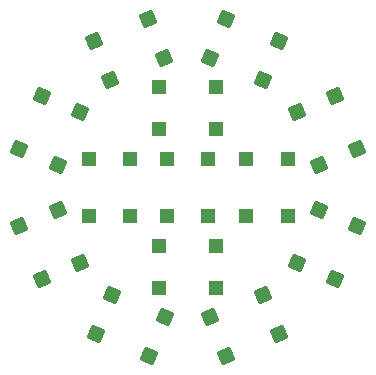
<source format=gtp>
%FSLAX25Y25*%
%MOIN*%
G70*
G01*
G75*
G04 Layer_Color=8421504*
%ADD10R,0.05906X0.05906*%
%ADD11R,0.05906X0.05906*%
%ADD12P,0.08352X4X337.5*%
%ADD13P,0.08352X4X382.5*%
%ADD14P,0.08352X4X67.5*%
%ADD15P,0.08352X4X112.5*%
%ADD16C,0.02500*%
%ADD17C,0.04000*%
%ADD18R,0.05000X0.08000*%
%ADD19R,0.12205X0.17716*%
%ADD20C,0.05000*%
%ADD21C,0.01000*%
%ADD22C,0.01200*%
%ADD23C,0.01500*%
%ADD24R,0.04906X0.04906*%
%ADD25R,0.04906X0.04906*%
%ADD26P,0.06937X4X337.5*%
%ADD27P,0.06937X4X382.5*%
%ADD28P,0.06937X4X67.5*%
%ADD29P,0.06937X4X112.5*%
D24*
X1106890Y790354D02*
D03*
X1093110Y790354D02*
D03*
X1106890Y809646D02*
D03*
X1093110D02*
D03*
X1119610D02*
D03*
X1133390D02*
D03*
X1119610Y790354D02*
D03*
X1133390D02*
D03*
X1080890D02*
D03*
X1067110Y790354D02*
D03*
X1080890Y809646D02*
D03*
X1067110D02*
D03*
D25*
X1109646Y780390D02*
D03*
Y766610D02*
D03*
X1090354Y780390D02*
D03*
Y766610D02*
D03*
Y819610D02*
D03*
Y833390D02*
D03*
X1109646Y819610D02*
D03*
Y833390D02*
D03*
D26*
X1064057Y774725D02*
D03*
X1051326Y769452D02*
D03*
X1056674Y792548D02*
D03*
X1043943Y787275D02*
D03*
X1136444Y825275D02*
D03*
X1149174Y830548D02*
D03*
X1143826Y807452D02*
D03*
X1156557Y812725D02*
D03*
D27*
X1092548Y756674D02*
D03*
X1087275Y743944D02*
D03*
X1074725Y764056D02*
D03*
X1069452Y751326D02*
D03*
X1107452Y843326D02*
D03*
X1112725Y856057D02*
D03*
X1125275Y835943D02*
D03*
X1130548Y848674D02*
D03*
D28*
X1125275Y764056D02*
D03*
X1130548Y751326D02*
D03*
X1107452Y756674D02*
D03*
X1112725Y743944D02*
D03*
X1074225Y835943D02*
D03*
X1068952Y848674D02*
D03*
X1092048Y843326D02*
D03*
X1086775Y856057D02*
D03*
D29*
X1143826Y792548D02*
D03*
X1156557Y787275D02*
D03*
X1136443Y774725D02*
D03*
X1149174Y769452D02*
D03*
X1056674Y807452D02*
D03*
X1043944Y812725D02*
D03*
X1064057Y825275D02*
D03*
X1051326Y830548D02*
D03*
M02*

</source>
